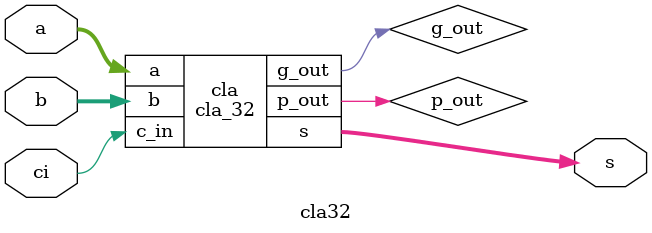
<source format=v>
module add (a,b,c,g,p,s);
	input 	a,b,c;
	output	g,p,s;	
	assign	s = a ^ b ^ c;
	assign  g = a & b;
	assign 	p = a | b;
endmodule

module g_p(g,p,c_in,g_out,p_out,c_out);
	input [1:0]	g,p;
	input 		c_in;
	output 		g_out,p_out,c_out;
	assign 	g_out = g[1] | p[1] & g[0];
	assign  p_out = p[1] & p[0];
	assign  c_out = g[0] | p [0] & c_in;
	
endmodule

module cla_2(a,b,c_in,g_out,p_out,s);
	input[1:0] 	a,b;
	input  		c_in;
	output		g_out,p_out;
	output[1:0] s;
	wire [1:0] 	g,p;
	wire 		c_out;
	add 	add0(a[0],b[0],c_in,g[0],p[0],s[0]);
	add		add1(a[1],b[1],c_out,g[1],p[1],s[1]);
	g_p 	g_p0(g,p,c_in,g_out,p_out,c_out);
endmodule

module cla_4(a,b,c_in,g_out,p_out,s);
	input[3:0] 	a,b;
	input  		c_in;
	output		g_out,p_out;
	output[3:0] s;
	wire [1:0] 	g,p;
	wire 		c_out;
	cla_2 	cla0(a[1:0],b[1:0],c_in,g[0],p[0],s[1:0]);
	cla_2   cla1(a[3:2],b[3:2],c_out,g[1],p[1],s[3:2]);
	g_p 	g_p0(g,p,c_in,g_out,p_out,c_out);
endmodule

module cla_8(a,b,c_in,g_out,p_out,s);
	input[7:0] 	a,b;
	input  		c_in;
	output		g_out,p_out;
	output[7:0] s;
	wire [1:0] 	g,p;
	wire 		c_out;
	cla_4 	cla0(a[3:0],b[3:0],c_in,g[0],p[0],s[3:0]);
	cla_4   cla1(a[7:4],b[7:4],c_out,g[1],p[1],s[7:4]);
	g_p 	g_p0(g,p,c_in,g_out,p_out,c_out);
endmodule


module cla_16(a,b,c_in,g_out,p_out,s);
	input [15:0] 	a,b;
	input 			c_in;
	output 			g_out,p_out;
	output[15:0] 	s;
	wire  [1:0] 	g,p;
	wire 			c_out;
	cla_8 cla0(a[7:0],b[7:0],c_in,g[0],p[0],s[7:0]);
	cla_8 cla1(a[15:8],b[15:8],c_out,g[1],p[1],s[15:8]);
	g_p   g_p0(g,p,c_in,g_out,p_out,c_out);
endmodule

module cla_32(a,b,c_in,g_out,p_out,s);
	input [31:0]	a,b;
	input 			c_in;
	output			g_out,p_out;
	output[31:0] 	s;
	wire  [1:0] 	g,p;
	wire 			c_out;	
	
	cla_16 cla0(a[15:0],b[15:0],c_in,g[0],p[0],s[15:0]);
	cla_16 cla1(a[31:16],b[31:16],c_out,g[1],p[1],s[31:16]);
	g_p    g_p0(g,p,c_in,g_out,p_out,c_out);
endmodule
	
	
	
module cla32(a,b,ci,s);  //输入a b ci(来自低位的进位) 输出s 省略了进位
	input [31:0]	a,b;
	input			ci;
	output[31:0]	s;
	wire g_out,p_out;
	cla_32 cla(a,b,ci,g_out,p_out,s);
endmodule






	
	
	
	
	
	
	
	
	
	
</source>
